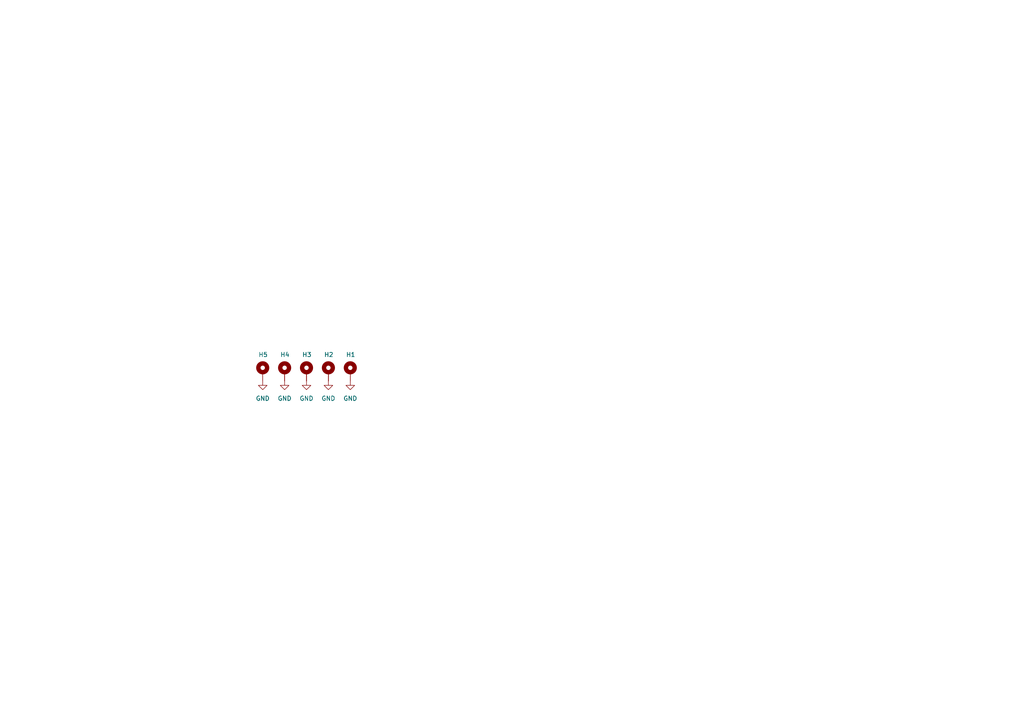
<source format=kicad_sch>
(kicad_sch (version 20230121) (generator eeschema)
  (paper "A4")
  (lib_symbols
    (symbol "Mechanical:MountingHole_Pad" (pin_numbers hide) (pin_names (offset 1.016) hide)
      (property "Reference" "H" (at 0 6.35 0))
      (property "Value" "MountingHole_Pad" (at 0 4.445 0))
      (symbol "MountingHole_Pad_0_1"
        (circle (center 0 1.27) (radius 1.27) (stroke (width 1.27)))
      )
      (symbol "MountingHole_Pad_1_1"
        (pin input line (at 0 -2.54 90) (length 2.54) (name "1") (number "1"))
      )
    )
    (symbol "power:GND" (power) (pin_names (offset 0))
      (property "Value" "GND" (at 0 -3.81 0))
      (symbol "GND_0_1"
        (polyline (pts (xy 0 0) (xy 0 -1.27) (xy 1.27 -1.27) (xy 0 -2.54) (xy -1.27 -1.27) (xy 0 -1.27)))
      )
      (symbol "GND_1_1"
        (pin power_in line (at 0 0 270) (length 0) hide (name "GND") (number "1"))
      )
    )
  )
  (symbol (lib_id "power:GND") (at 76.2 110.49 0) (unit 1)
    (property "Reference" "#PWR05" (effects hide))
    (property "Value" "GND" (at 76.2 115.57 0))
  )
  (symbol (lib_id "power:GND") (at 95.25 110.49 0) (unit 1)
    (property "Reference" "#PWR03" (effects hide))
    (property "Value" "GND" (at 95.25 115.57 0))
  )
  (symbol (lib_id "Mechanical:MountingHole_Pad") (at 95.25 107.95 0) (unit 1)
    (property "Reference" "H2" (at 93.98 102.87 0) (effects (justify left)))
    (property "Value" "MountingHole_Pad" (effects hide))
    (property "Footprint" "MountingHole:MountingHole_4.3mm_M4_Pad" (effects hide))
  )
  (symbol (lib_id "power:GND") (at 88.9 110.49 0) (unit 1)
    (property "Reference" "#PWR02" (effects hide))
    (property "Value" "GND" (at 88.9 115.57 0))
  )
  (symbol (lib_id "Mechanical:MountingHole_Pad") (at 82.55 107.95 0) (unit 1)
    (property "Reference" "H4" (at 81.28 102.87 0) (effects (justify left)))
    (property "Value" "MountingHole_Pad" (effects hide))
    (property "Footprint" "MountingHole:MountingHole_4.3mm_M4_Pad" (effects hide))
  )
  (symbol (lib_id "power:GND") (at 82.55 110.49 0) (unit 1)
    (property "Reference" "#PWR01" (effects hide))
    (property "Value" "GND" (at 82.55 115.57 0))
  )
  (symbol (lib_id "power:GND") (at 101.6 110.49 0) (unit 1)
    (property "Reference" "#PWR04" (effects hide))
    (property "Value" "GND" (at 101.6 115.57 0))
  )
  (symbol (lib_id "Mechanical:MountingHole_Pad") (at 76.2 107.95 0) (unit 1)
    (property "Reference" "H5" (at 74.93 102.87 0) (effects (justify left)))
    (property "Value" "MountingHole_Pad" (effects hide))
    (property "Footprint" "MountingHole:MountingHole_4.3mm_M4_Pad" (effects hide))
  )
  (symbol (lib_id "Mechanical:MountingHole_Pad") (at 88.9 107.95 0) (unit 1)
    (property "Reference" "H3" (at 87.63 102.87 0) (effects (justify left)))
    (property "Value" "MountingHole_Pad" (effects hide))
    (property "Footprint" "MountingHole:MountingHole_4.3mm_M4_Pad" (effects hide))
  )
  (symbol (lib_id "Mechanical:MountingHole_Pad") (at 101.6 107.95 0) (unit 1)
    (property "Reference" "H1" (at 100.33 102.87 0) (effects (justify left)))
    (property "Value" "MountingHole_Pad" (effects hide))
    (property "Footprint" "MountingHole:MountingHole_4.3mm_M4_Pad" (effects hide))
  )
)
</source>
